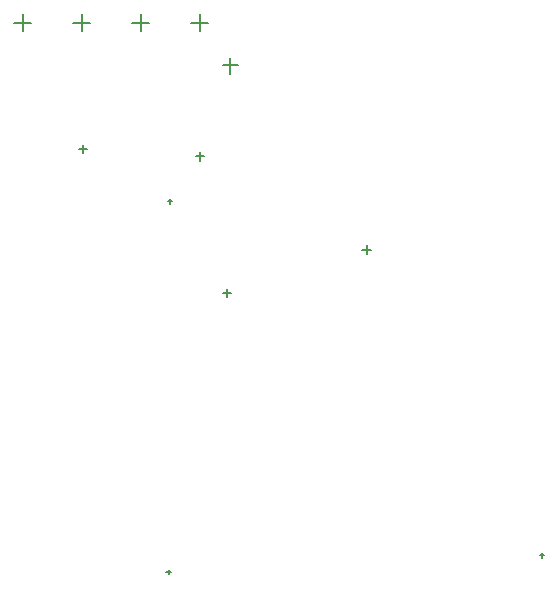
<source format=gbr>
%TF.GenerationSoftware,Altium Limited,Altium Designer,21.1.1 (26)*%
G04 Layer_Color=128*
%FSLAX42Y42*%
%MOMM*%
%TF.SameCoordinates,421AD0F8-EA99-4668-A15B-16ED363E75F7*%
%TF.FilePolarity,Positive*%
%TF.FileFunction,Drillmap*%
%TF.Part,Single*%
G01*
G75*
%TA.AperFunction,NonConductor*%
%ADD34C,0.13*%
D34*
X7730Y10922D02*
X7875D01*
X7803Y10850D02*
Y10994D01*
X8495Y10562D02*
X8630D01*
X8562Y10494D02*
Y10629D01*
X8230Y10922D02*
X8375D01*
X8303Y10850D02*
Y10994D01*
X7230Y10922D02*
X7375D01*
X7303Y10850D02*
Y10994D01*
X6730Y10922D02*
X6875D01*
X6803Y10850D02*
Y10994D01*
X9680Y9004D02*
X9751D01*
X9715Y8969D02*
Y9040D01*
X7280Y9855D02*
X7351D01*
X7315Y9820D02*
Y9891D01*
X8499Y8636D02*
X8570D01*
X8534Y8600D02*
Y8672D01*
X8267Y9792D02*
X8338D01*
X8303Y9756D02*
Y9827D01*
X8033Y9411D02*
X8071D01*
X8052Y9392D02*
Y9430D01*
X11182Y6414D02*
X11220D01*
X11201Y6394D02*
Y6433D01*
X8020Y6274D02*
X8058D01*
X8039Y6255D02*
Y6293D01*
%TF.MD5,4569d0d3a1954dcd0d3052934483730a*%
M02*

</source>
